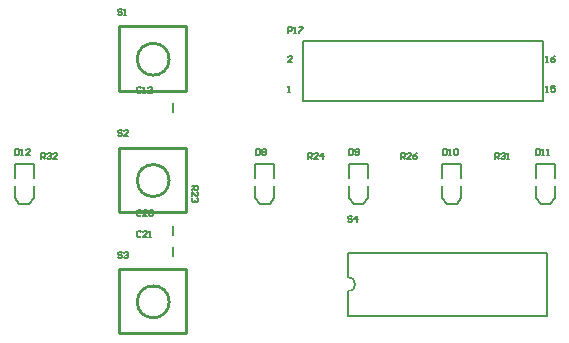
<source format=gto>
G04*
G04 #@! TF.GenerationSoftware,Altium Limited,Altium Designer,24.5.2 (23)*
G04*
G04 Layer_Color=65535*
%FSLAX25Y25*%
%MOIN*%
G70*
G04*
G04 #@! TF.SameCoordinates,EC466EA2-F337-402A-A5E8-60117474A60A*
G04*
G04*
G04 #@! TF.FilePolarity,Positive*
G04*
G01*
G75*
%ADD10C,0.01000*%
%ADD11C,0.00787*%
%ADD12C,0.00500*%
D10*
X65315Y98000D02*
G03*
X65315Y98000I-5315J0D01*
G01*
Y57571D02*
G03*
X65315Y57571I-5315J0D01*
G01*
Y17142D02*
G03*
X65315Y17142I-5315J0D01*
G01*
X71000Y87500D02*
Y109000D01*
X48500D02*
X71000D01*
X48500Y87500D02*
Y109000D01*
Y87500D02*
X71000D01*
Y47071D02*
Y68571D01*
X48500D02*
X71000D01*
X48500Y47071D02*
Y68571D01*
Y47071D02*
X71000D01*
Y6642D02*
Y28142D01*
X48500D02*
X71000D01*
X48500Y6642D02*
Y28142D01*
Y6642D02*
X71000D01*
D11*
X124811Y20500D02*
G03*
X124811Y25500I0J2500D01*
G01*
X156421Y58378D02*
Y63102D01*
X162720Y58378D02*
Y63102D01*
X156421D02*
X162720D01*
X157995Y49716D02*
X161145D01*
X156421Y51685D02*
Y55622D01*
X161145Y49716D02*
X162720Y51685D01*
X156421D02*
X157995Y49716D01*
X162720Y51685D02*
Y55622D01*
X187599Y58378D02*
Y63102D01*
X193898Y58378D02*
Y63102D01*
X187599D02*
X193898D01*
X189174Y49716D02*
X192324D01*
X187599Y51685D02*
Y55622D01*
X192324Y49716D02*
X193898Y51685D01*
X187599D02*
X189174Y49716D01*
X193898Y51685D02*
Y55622D01*
X94063Y58378D02*
Y63102D01*
X100362Y58378D02*
Y63102D01*
X94063D02*
X100362D01*
X95638Y49716D02*
X98787D01*
X94063Y51685D02*
Y55622D01*
X98787Y49716D02*
X100362Y51685D01*
X94063D02*
X95638Y49716D01*
X100362Y51685D02*
Y55622D01*
X125242Y58378D02*
Y63102D01*
X131541Y58378D02*
Y63102D01*
X125242D02*
X131541D01*
X126816Y49716D02*
X129966D01*
X125242Y51685D02*
Y55622D01*
X129966Y49716D02*
X131541Y51685D01*
X125242D02*
X126816Y49716D01*
X131541Y51685D02*
Y55622D01*
X66693Y80425D02*
Y83575D01*
Y39425D02*
Y42575D01*
Y32425D02*
Y35575D01*
X190000Y84000D02*
Y104000D01*
X110000Y84000D02*
Y104000D01*
Y84000D02*
X190000D01*
X110000Y104000D02*
X190000D01*
X124811Y12567D02*
Y20500D01*
Y25500D02*
Y33433D01*
X191110Y12567D02*
Y33433D01*
X124811Y12567D02*
X191110D01*
X124811Y33433D02*
X191110D01*
X13850Y58378D02*
Y63102D01*
X20150Y58378D02*
Y63102D01*
X13850D02*
X20150D01*
X15425Y49716D02*
X18575D01*
X13850Y51685D02*
Y55622D01*
X18575Y49716D02*
X20150Y51685D01*
X13850D02*
X15425Y49716D01*
X20150Y51685D02*
Y55622D01*
D12*
X106333Y97000D02*
X105000D01*
X106333Y98333D01*
Y98666D01*
X106000Y98999D01*
X105333D01*
X105000Y98666D01*
Y87000D02*
X105666D01*
X105333D01*
Y88999D01*
X105000Y88666D01*
X191000Y87000D02*
X191666D01*
X191333D01*
Y88999D01*
X191000Y88666D01*
X193999Y88999D02*
X192666D01*
Y88000D01*
X193333Y88333D01*
X193666D01*
X193999Y88000D01*
Y87333D01*
X193666Y87000D01*
X192999D01*
X192666Y87333D01*
X191000Y97000D02*
X191666D01*
X191333D01*
Y98999D01*
X191000Y98666D01*
X193999Y98999D02*
X193333Y98666D01*
X192666Y98000D01*
Y97333D01*
X192999Y97000D01*
X193666D01*
X193999Y97333D01*
Y97666D01*
X193666Y98000D01*
X192666D01*
X126233Y45566D02*
X125900Y45899D01*
X125233D01*
X124900Y45566D01*
Y45233D01*
X125233Y44900D01*
X125900D01*
X126233Y44566D01*
Y44233D01*
X125900Y43900D01*
X125233D01*
X124900Y44233D01*
X127899Y43900D02*
Y45899D01*
X126899Y44900D01*
X128232D01*
X49533Y33566D02*
X49200Y33899D01*
X48533D01*
X48200Y33566D01*
Y33233D01*
X48533Y32900D01*
X49200D01*
X49533Y32566D01*
Y32233D01*
X49200Y31900D01*
X48533D01*
X48200Y32233D01*
X50199Y33566D02*
X50533Y33899D01*
X51199D01*
X51532Y33566D01*
Y33233D01*
X51199Y32900D01*
X50866D01*
X51199D01*
X51532Y32566D01*
Y32233D01*
X51199Y31900D01*
X50533D01*
X50199Y32233D01*
X49533Y73966D02*
X49200Y74299D01*
X48533D01*
X48200Y73966D01*
Y73633D01*
X48533Y73300D01*
X49200D01*
X49533Y72966D01*
Y72633D01*
X49200Y72300D01*
X48533D01*
X48200Y72633D01*
X51532Y72300D02*
X50199D01*
X51532Y73633D01*
Y73966D01*
X51199Y74299D01*
X50533D01*
X50199Y73966D01*
X49533Y114466D02*
X49200Y114799D01*
X48533D01*
X48200Y114466D01*
Y114133D01*
X48533Y113800D01*
X49200D01*
X49533Y113467D01*
Y113133D01*
X49200Y112800D01*
X48533D01*
X48200Y113133D01*
X50199Y112800D02*
X50866D01*
X50533D01*
Y114799D01*
X50199Y114466D01*
X22600Y64900D02*
Y66899D01*
X23600D01*
X23933Y66566D01*
Y65900D01*
X23600Y65566D01*
X22600D01*
X23267D02*
X23933Y64900D01*
X24599Y66566D02*
X24933Y66899D01*
X25599D01*
X25932Y66566D01*
Y66233D01*
X25599Y65900D01*
X25266D01*
X25599D01*
X25932Y65566D01*
Y65233D01*
X25599Y64900D01*
X24933D01*
X24599Y65233D01*
X27932Y64900D02*
X26599D01*
X27932Y66233D01*
Y66566D01*
X27598Y66899D01*
X26932D01*
X26599Y66566D01*
X173900Y64900D02*
Y66899D01*
X174900D01*
X175233Y66566D01*
Y65900D01*
X174900Y65566D01*
X173900D01*
X174566D02*
X175233Y64900D01*
X175899Y66566D02*
X176233Y66899D01*
X176899D01*
X177232Y66566D01*
Y66233D01*
X176899Y65900D01*
X176566D01*
X176899D01*
X177232Y65566D01*
Y65233D01*
X176899Y64900D01*
X176233D01*
X175899Y65233D01*
X177899Y64900D02*
X178565D01*
X178232D01*
Y66899D01*
X177899Y66566D01*
X142600Y64900D02*
Y66899D01*
X143600D01*
X143933Y66566D01*
Y65900D01*
X143600Y65566D01*
X142600D01*
X143266D02*
X143933Y64900D01*
X145932D02*
X144599D01*
X145932Y66233D01*
Y66566D01*
X145599Y66899D01*
X144933D01*
X144599Y66566D01*
X147932Y66899D02*
X147265Y66566D01*
X146599Y65900D01*
Y65233D01*
X146932Y64900D01*
X147598D01*
X147932Y65233D01*
Y65566D01*
X147598Y65900D01*
X146599D01*
X111600Y64900D02*
Y66899D01*
X112600D01*
X112933Y66566D01*
Y65900D01*
X112600Y65566D01*
X111600D01*
X112267D02*
X112933Y64900D01*
X114932D02*
X113599D01*
X114932Y66233D01*
Y66566D01*
X114599Y66899D01*
X113933D01*
X113599Y66566D01*
X116598Y64900D02*
Y66899D01*
X115599Y65900D01*
X116932D01*
X73000Y55666D02*
X75000D01*
Y54666D01*
X74666Y54333D01*
X74000D01*
X73667Y54666D01*
Y55666D01*
Y54999D02*
X73000Y54333D01*
Y52333D02*
Y53666D01*
X74333Y52333D01*
X74666D01*
X75000Y52667D01*
Y53333D01*
X74666Y53666D01*
Y51667D02*
X75000Y51334D01*
Y50667D01*
X74666Y50334D01*
X74333D01*
X74000Y50667D01*
Y51001D01*
Y50667D01*
X73667Y50334D01*
X73334D01*
X73000Y50667D01*
Y51334D01*
X73334Y51667D01*
X105000Y106900D02*
Y108899D01*
X106000D01*
X106333Y108566D01*
Y107900D01*
X106000Y107566D01*
X105000D01*
X106999Y106900D02*
X107666D01*
X107333D01*
Y108899D01*
X106999Y108566D01*
X108666Y108899D02*
X109998D01*
Y108566D01*
X108666Y107233D01*
Y106900D01*
X14000Y67999D02*
Y66000D01*
X15000D01*
X15333Y66333D01*
Y67666D01*
X15000Y67999D01*
X14000D01*
X15999Y66000D02*
X16666D01*
X16333D01*
Y67999D01*
X15999Y67666D01*
X18998Y66000D02*
X17665D01*
X18998Y67333D01*
Y67666D01*
X18665Y67999D01*
X17999D01*
X17665Y67666D01*
X187700Y67999D02*
Y66000D01*
X188700D01*
X189033Y66333D01*
Y67666D01*
X188700Y67999D01*
X187700D01*
X189699Y66000D02*
X190366D01*
X190033D01*
Y67999D01*
X189699Y67666D01*
X191366Y66000D02*
X192032D01*
X191699D01*
Y67999D01*
X191366Y67666D01*
X156500Y67999D02*
Y66000D01*
X157500D01*
X157833Y66333D01*
Y67666D01*
X157500Y67999D01*
X156500D01*
X158499Y66000D02*
X159166D01*
X158833D01*
Y67999D01*
X158499Y67666D01*
X160166D02*
X160499Y67999D01*
X161165D01*
X161498Y67666D01*
Y66333D01*
X161165Y66000D01*
X160499D01*
X160166Y66333D01*
Y67666D01*
X125300Y67999D02*
Y66000D01*
X126300D01*
X126633Y66333D01*
Y67666D01*
X126300Y67999D01*
X125300D01*
X127299Y66333D02*
X127633Y66000D01*
X128299D01*
X128632Y66333D01*
Y67666D01*
X128299Y67999D01*
X127633D01*
X127299Y67666D01*
Y67333D01*
X127633Y67000D01*
X128632D01*
X94200Y67999D02*
Y66000D01*
X95200D01*
X95533Y66333D01*
Y67666D01*
X95200Y67999D01*
X94200D01*
X96199Y67666D02*
X96533Y67999D01*
X97199D01*
X97532Y67666D01*
Y67333D01*
X97199Y67000D01*
X97532Y66666D01*
Y66333D01*
X97199Y66000D01*
X96533D01*
X96199Y66333D01*
Y66666D01*
X96533Y67000D01*
X96199Y67333D01*
Y67666D01*
X96533Y67000D02*
X97199D01*
X55933Y40566D02*
X55600Y40899D01*
X54933D01*
X54600Y40566D01*
Y39233D01*
X54933Y38900D01*
X55600D01*
X55933Y39233D01*
X57932Y38900D02*
X56599D01*
X57932Y40233D01*
Y40566D01*
X57599Y40899D01*
X56933D01*
X56599Y40566D01*
X58599Y38900D02*
X59265D01*
X58932D01*
Y40899D01*
X58599Y40566D01*
X55933Y47566D02*
X55600Y47899D01*
X54933D01*
X54600Y47566D01*
Y46233D01*
X54933Y45900D01*
X55600D01*
X55933Y46233D01*
X57932Y45900D02*
X56599D01*
X57932Y47233D01*
Y47566D01*
X57599Y47899D01*
X56933D01*
X56599Y47566D01*
X58599D02*
X58932Y47899D01*
X59598D01*
X59932Y47566D01*
Y46233D01*
X59598Y45900D01*
X58932D01*
X58599Y46233D01*
Y47566D01*
X55933Y88566D02*
X55600Y88899D01*
X54933D01*
X54600Y88566D01*
Y87233D01*
X54933Y86900D01*
X55600D01*
X55933Y87233D01*
X56599Y86900D02*
X57266D01*
X56933D01*
Y88899D01*
X56599Y88566D01*
X59598Y86900D02*
X58266D01*
X59598Y88233D01*
Y88566D01*
X59265Y88899D01*
X58599D01*
X58266Y88566D01*
M02*

</source>
